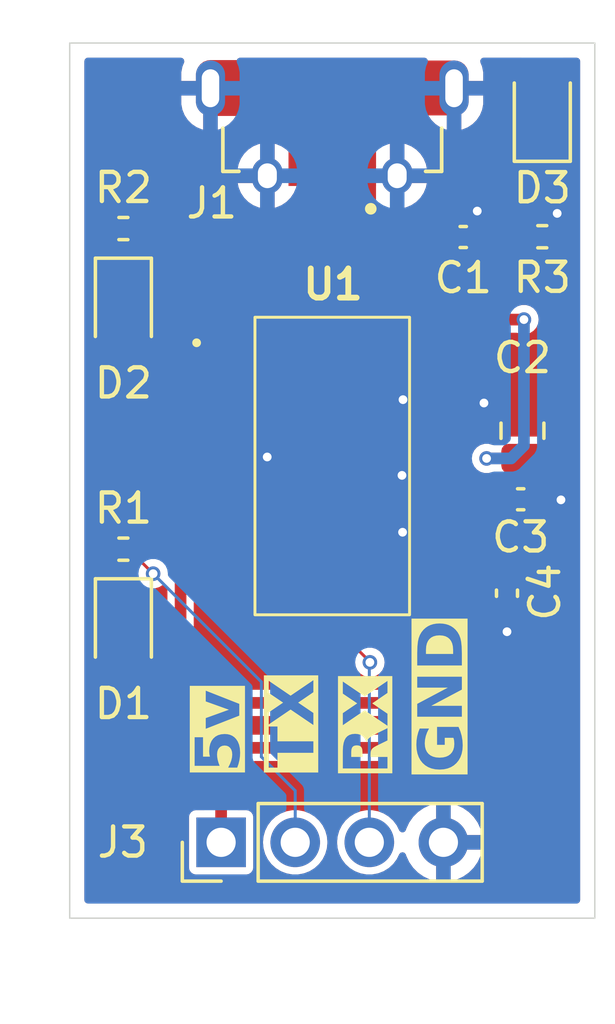
<source format=kicad_pcb>
(kicad_pcb (version 20240108) (generator "pcbnew") (generator_version "8.0")
  (layers (0 "F.Cu" signal) (31 "B.Cu" signal) (34 "B.Paste" user) (35 "F.Paste" user) (36 "B.SilkS" user "B.Silkscreen") (37 "F.SilkS" user "F.Silkscreen") (38 "B.Mask" user) (39 "F.Mask" user) (44 "Edge.Cuts" user))
  (net 0 "")
  (net 18 "GND")
  (net 19 "+5V")
  (net 20 "+3.3V")
  (net 21 "Net-(D1-K)")
  (net 22 "Net-(D2-K)")
  (net 23 "Net-(D3-K)")
  (net 24 "/USB_DP")
  (net 25 "/USB_DN")
  (net 26 "/UART_RX")
  (net 27 "/UART_TX")
  (footprint "user_footprints:28-LD-SSOP" (layer "F.Cu") (at 139 74.5)
    (property "Reference" "U1" (at 0.025 -6.225 0) (layer "F.SilkS") (effects (font (thickness 0.2) (bold yes))))
    (property "Value" "FT232RL" (hide yes))
    (fp_rect (start -2.65 -5.1) (end 2.65 5.1) (stroke (width 0.1)) (fill none) (layer "F.SilkS"))
    (fp_circle (center -4.65 -4.225) (end -4.55 -4.225) (stroke (width 0.1)) (fill solid) (layer "F.SilkS"))
    (pad "1" smd rect (at -3.7 -4.225) (size 1.3 0.38) (layers "F.Cu" "F.Paste" "F.Mask") (net 27 "/UART_TX"))
    (pad "2" smd rect (at -3.7 -3.575) (size 1.3 0.38) (layers "F.Cu" "F.Paste" "F.Mask"))
    (pad "3" smd rect (at -3.7 -2.925) (size 1.3 0.38) (layers "F.Cu" "F.Paste" "F.Mask"))
    (pad "4" smd rect (at -3.7 -2.275) (size 1.3 0.38) (layers "F.Cu" "F.Paste" "F.Mask") (net 20 "+3.3V"))
    (pad "5" smd rect (at -3.7 -1.625) (size 1.3 0.38) (layers "F.Cu" "F.Paste" "F.Mask") (net 26 "/UART_RX"))
    (pad "6" smd rect (at -3.7 -0.975) (size 1.3 0.38) (layers "F.Cu" "F.Paste" "F.Mask"))
    (pad "7" smd rect (at -3.7 -0.325) (size 1.3 0.38) (layers "F.Cu" "F.Paste" "F.Mask") (net 18 "GND"))
    (pad "8" smd rect (at -3.7 0.325) (size 1.3 0.38) (layers "F.Cu" "F.Paste" "F.Mask"))
    (pad "9" smd rect (at -3.7 0.975) (size 1.3 0.38) (layers "F.Cu" "F.Paste" "F.Mask"))
    (pad "10" smd rect (at -3.7 1.625) (size 1.3 0.38) (layers "F.Cu" "F.Paste" "F.Mask"))
    (pad "11" smd rect (at -3.7 2.275) (size 1.3 0.38) (layers "F.Cu" "F.Paste" "F.Mask"))
    (pad "12" smd rect (at -3.7 2.925) (size 1.3 0.38) (layers "F.Cu" "F.Paste" "F.Mask"))
    (pad "13" smd rect (at -3.7 3.575) (size 1.3 0.38) (layers "F.Cu" "F.Paste" "F.Mask"))
    (pad "14" smd rect (at -3.7 4.225) (size 1.3 0.38) (layers "F.Cu" "F.Paste" "F.Mask"))
    (pad "15" smd rect (at 3.7 4.225) (size 1.3 0.38) (layers "F.Cu" "F.Paste" "F.Mask") (net 24 "/USB_DP"))
    (pad "16" smd rect (at 3.7 3.575) (size 1.3 0.38) (layers "F.Cu" "F.Paste" "F.Mask") (net 25 "/USB_DN"))
    (pad "17" smd rect (at 3.7 2.925) (size 1.3 0.38) (layers "F.Cu" "F.Paste" "F.Mask") (net 20 "+3.3V"))
    (pad "18" smd rect (at 3.7 2.275) (size 1.3 0.38) (layers "F.Cu" "F.Paste" "F.Mask") (net 18 "GND"))
    (pad "19" smd rect (at 3.7 1.625) (size 1.3 0.38) (layers "F.Cu" "F.Paste" "F.Mask"))
    (pad "20" smd rect (at 3.7 0.975) (size 1.3 0.38) (layers "F.Cu" "F.Paste" "F.Mask") (net 19 "+5V"))
    (pad "21" smd rect (at 3.7 0.325) (size 1.3 0.38) (layers "F.Cu" "F.Paste" "F.Mask") (net 18 "GND"))
    (pad "22" smd rect (at 3.7 -0.325) (size 1.3 0.38) (layers "F.Cu" "F.Paste" "F.Mask"))
    (pad "23" smd rect (at 3.7 -0.975) (size 1.3 0.38) (layers "F.Cu" "F.Paste" "F.Mask"))
    (pad "24" smd rect (at 3.7 -1.625) (size 1.3 0.38) (layers "F.Cu" "F.Paste" "F.Mask"))
    (pad "25" smd rect (at 3.7 -2.275) (size 1.3 0.38) (layers "F.Cu" "F.Paste" "F.Mask") (net 18 "GND"))
    (pad "26" smd rect (at 3.7 -2.925) (size 1.3 0.38) (layers "F.Cu" "F.Paste" "F.Mask") (net 18 "GND"))
    (pad "27" smd rect (at 3.7 -3.575) (size 1.3 0.38) (layers "F.Cu" "F.Paste" "F.Mask"))
    (pad "28" smd rect (at 3.7 -4.225) (size 1.3 0.38) (layers "F.Cu" "F.Paste" "F.Mask"))
  )
  (footprint "Capacitor_SMD:C_0402_1005Metric" (layer "F.Cu") (at 145.46 75.64)
    (property "Reference" "C3" (at 0 1.3 0) (layer "F.SilkS"))
    (property "Value" "100n")
    (fp_line (start -0.107836 -0.36) (end 0.107836 -0.36) (stroke (width 0.12)) (layer "F.SilkS"))
    (fp_line (start -0.107836 0.36) (end 0.107836 0.36) (stroke (width 0.12)) (layer "F.SilkS"))
    (pad "1" smd roundrect (at -0.48 0) (size 0.56 0.62) (layers "F.Cu" "F.Paste" "F.Mask") (net 19 "+5V"))
    (pad "2" smd roundrect (at 0.48 0) (size 0.56 0.62) (layers "F.Cu" "F.Paste" "F.Mask") (net 18 "GND"))
  )
  (footprint "LED_SMD:LED_0805_2012Metric" (layer "F.Cu") (at 146.2 62.37 90)
    (property "Reference" "D3" (at -2.6 0 180) (layer "F.SilkS"))
    (property "Value" "LED")
    (fp_line (start 1 -0.96) (end -1.685 -0.96) (stroke (width 0.12)) (layer "F.SilkS"))
    (fp_line (start -1.685 -0.96) (end -1.685 0.96) (stroke (width 0.12)) (layer "F.SilkS"))
    (fp_line (start -1.685 0.96) (end 1 0.96) (stroke (width 0.12)) (layer "F.SilkS"))
    (pad "1" smd roundrect (at -0.9375 0 90) (size 0.975 1.4) (layers "F.Cu" "F.Paste" "F.Mask") (net 23 "Net-(D3-K)"))
    (pad "2" smd roundrect (at 0.9375 0 90) (size 0.975 1.4) (layers "F.Cu" "F.Paste" "F.Mask") (net 19 "+5V"))
  )
  (footprint "Capacitor_SMD:C_0402_1005Metric" (layer "F.Cu") (at 144.99 78.86 -90)
    (property "Reference" "C4" (at -0.04 -1.3 -90) (layer "F.SilkS"))
    (property "Value" "100n")
    (fp_line (start -0.107836 0.36) (end 0.107836 0.36) (stroke (width 0.12)) (layer "F.SilkS"))
    (fp_line (start -0.107836 -0.36) (end 0.107836 -0.36) (stroke (width 0.12)) (layer "F.SilkS"))
    (pad "1" smd roundrect (at -0.48 0 270) (size 0.56 0.62) (layers "F.Cu" "F.Paste" "F.Mask") (net 20 "+3.3V"))
    (pad "2" smd roundrect (at 0.48 0 270) (size 0.56 0.62) (layers "F.Cu" "F.Paste" "F.Mask") (net 18 "GND"))
  )
  (footprint "LED_SMD:LED_0805_2012Metric" (layer "F.Cu") (at 131.84 80.05 -90)
    (property "Reference" "D1" (at 2.6 0 180) (layer "F.SilkS"))
    (property "Value" "LED")
    (fp_line (start -1.685 0.96) (end 1 0.96) (stroke (width 0.12)) (layer "F.SilkS"))
    (fp_line (start -1.685 -0.96) (end -1.685 0.96) (stroke (width 0.12)) (layer "F.SilkS"))
    (fp_line (start 1 -0.96) (end -1.685 -0.96) (stroke (width 0.12)) (layer "F.SilkS"))
    (pad "1" smd roundrect (at -0.9375 0 270) (size 0.975 1.4) (layers "F.Cu" "F.Paste" "F.Mask") (net 21 "Net-(D1-K)"))
    (pad "2" smd roundrect (at 0.9375 0 270) (size 0.975 1.4) (layers "F.Cu" "F.Paste" "F.Mask") (net 20 "+3.3V"))
  )
  (footprint "Capacitor_SMD:C_0805_2012Metric" (layer "F.Cu") (at 145.52 73.29 90)
    (property "Reference" "C2" (at 2.5 0 0) (layer "F.SilkS"))
    (property "Value" "4.7u")
    (fp_line (start -0.261252 -0.735) (end 0.261252 -0.735) (stroke (width 0.12)) (layer "F.SilkS"))
    (fp_line (start -0.261252 0.735) (end 0.261252 0.735) (stroke (width 0.12)) (layer "F.SilkS"))
    (pad "1" smd roundrect (at -0.95 0 90) (size 1 1.45) (layers "F.Cu" "F.Paste" "F.Mask") (net 19 "+5V"))
    (pad "2" smd roundrect (at 0.95 0 90) (size 1 1.45) (layers "F.Cu" "F.Paste" "F.Mask") (net 18 "GND"))
  )
  (footprint "Resistor_SMD:R_0402_1005Metric" (layer "F.Cu") (at 131.84 77.35 180)
    (property "Reference" "R1" (at 0 1.4 0) (layer "F.SilkS"))
    (property "Value" "1k")
    (fp_line (start -0.153641 0.38) (end 0.153641 0.38) (stroke (width 0.12)) (layer "F.SilkS"))
    (fp_line (start -0.153641 -0.38) (end 0.153641 -0.38) (stroke (width 0.12)) (layer "F.SilkS"))
    (pad "1" smd roundrect (at -0.51 0 180) (size 0.54 0.64) (layers "F.Cu" "F.Paste" "F.Mask") (net 27 "/UART_TX"))
    (pad "2" smd roundrect (at 0.51 0 180) (size 0.54 0.64) (layers "F.Cu" "F.Paste" "F.Mask") (net 21 "Net-(D1-K)"))
  )
  (footprint "Resistor_SMD:R_0402_1005Metric" (layer "F.Cu") (at 146.2 66.64 180)
    (property "Reference" "R3" (at 0 -1.4 0) (layer "F.SilkS"))
    (property "Value" "2.2k")
    (fp_line (start -0.153641 0.38) (end 0.153641 0.38) (stroke (width 0.12)) (layer "F.SilkS"))
    (fp_line (start -0.153641 -0.38) (end 0.153641 -0.38) (stroke (width 0.12)) (layer "F.SilkS"))
    (pad "1" smd roundrect (at -0.51 0 180) (size 0.54 0.64) (layers "F.Cu" "F.Paste" "F.Mask") (net 18 "GND"))
    (pad "2" smd roundrect (at 0.51 0 180) (size 0.54 0.64) (layers "F.Cu" "F.Paste" "F.Mask") (net 23 "Net-(D3-K)"))
  )
  (footprint "LED_SMD:LED_0805_2012Metric" (layer "F.Cu") (at 131.84 69.06 -90)
    (property "Reference" "D2" (at 2.6 0 0) (layer "F.SilkS"))
    (property "Value" "LED")
    (fp_line (start -1.685 0.96) (end 1 0.96) (stroke (width 0.12)) (layer "F.SilkS"))
    (fp_line (start -1.685 -0.96) (end -1.685 0.96) (stroke (width 0.12)) (layer "F.SilkS"))
    (fp_line (start 1 -0.96) (end -1.685 -0.96) (stroke (width 0.12)) (layer "F.SilkS"))
    (pad "1" smd roundrect (at -0.9375 0 270) (size 0.975 1.4) (layers "F.Cu" "F.Paste" "F.Mask") (net 22 "Net-(D2-K)"))
    (pad "2" smd roundrect (at 0.9375 0 270) (size 0.975 1.4) (layers "F.Cu" "F.Paste" "F.Mask") (net 20 "+3.3V"))
  )
  (footprint "user_footprints:MOLEX_47589-1001" (layer "F.Cu") (at 139 61.2 180)
    (property "Reference" "J1" (at 4.13 -4.29 0) (layer "F.SilkS"))
    (property "Value" "47589-1001")
    (fp_line (start 3.75 -1.72) (end 3.75 -3.2) (stroke (width 0.127)) (layer "F.SilkS"))
    (fp_line (start 3.75 -3.2) (end 3.2 -3.2) (stroke (width 0.127)) (layer "F.SilkS"))
    (fp_line (start -3.75 -1.72) (end -3.75 -3.2) (stroke (width 0.127)) (layer "F.SilkS"))
    (fp_line (start -3.75 -3.2) (end -3.2 -3.2) (stroke (width 0.127)) (layer "F.SilkS"))
    (fp_circle (center -1.32 -4.482) (end -1.22 -4.482) (stroke (width 0.2)) (fill none) (layer "F.SilkS"))
    (pad "1" smd rect (at -1.3 -3.025 180) (size 0.4 1.35) (layers "F.Cu" "F.Paste" "F.Mask") (net 19 "+5V"))
    (pad "2" smd rect (at -0.65 -3.025 180) (size 0.4 1.35) (layers "F.Cu" "F.Paste" "F.Mask") (net 25 "/USB_DN"))
    (pad "3" smd rect (at 0 -3.025 180) (size 0.4 1.35) (layers "F.Cu" "F.Paste" "F.Mask") (net 24 "/USB_DP"))
    (pad "4" smd rect (at 0.65 -3.025 180) (size 0.4 1.35) (layers "F.Cu" "F.Paste" "F.Mask"))
    (pad "5" smd rect (at 1.3 -3.025 180) (size 0.4 1.35) (layers "F.Cu" "F.Paste" "F.Mask") (net 18 "GND"))
    (pad "SH1" thru_hole oval (at -4.175 -0.35 180) (size 1 1.9) (drill oval 0.6 1.3) (layers "*.Cu") (net 18 "GND"))
    (pad "SH1" smd roundrect (at -3.63575 -0.3405 180) (size 2.0715 1.881) (layers "F.Cu" "F.Paste" "F.Mask") (net 18 "GND"))
    (pad "SH2" smd rect (at -1.15 -0.35 180) (size 1.8 1.9) (layers "F.Cu" "F.Paste" "F.Mask") (net 18 "GND"))
    (pad "SH3" smd rect (at 1.15 -0.35 180) (size 1.8 1.9) (layers "F.Cu" "F.Paste" "F.Mask") (net 18 "GND"))
    (pad "SH4" smd roundrect (at 3.630375 -0.34225 180) (size 2.06075 1.9155) (layers "F.Cu" "F.Paste" "F.Mask") (net 18 "GND"))
    (pad "SH4" thru_hole oval (at 4.175 -0.35 180) (size 1 1.9) (drill oval 0.6 1.3) (layers "*.Cu") (net 18 "GND"))
    (pad "SH5" thru_hole oval (at -2.225 -3.35 180) (size 1.05 1.25) (drill oval 0.65 0.85) (layers "*.Cu" "*.Mask") (net 18 "GND"))
    (pad "SH6" thru_hole oval (at 2.225 -3.35 180) (size 1.05 1.25) (drill oval 0.65 0.85) (layers "*.Cu" "*.Mask") (net 18 "GND"))
  )
  (footprint "Resistor_SMD:R_0402_1005Metric" (layer "F.Cu") (at 131.84 66.36 180)
    (property "Reference" "R2" (at 0 1.4 0) (layer "F.SilkS"))
    (property "Value" "1k")
    (fp_line (start -0.153641 0.38) (end 0.153641 0.38) (stroke (width 0.12)) (layer "F.SilkS"))
    (fp_line (start -0.153641 -0.38) (end 0.153641 -0.38) (stroke (width 0.12)) (layer "F.SilkS"))
    (pad "1" smd roundrect (at -0.51 0 180) (size 0.54 0.64) (layers "F.Cu" "F.Paste" "F.Mask") (net 26 "/UART_RX"))
    (pad "2" smd roundrect (at 0.51 0 180) (size 0.54 0.64) (layers "F.Cu" "F.Paste" "F.Mask") (net 22 "Net-(D2-K)"))
  )
  (footprint "Connector_PinHeader_2.54mm:PinHeader_1x04_P2.54mm_Vertical" (layer "F.Cu") (at 135.19 87.4 90)
    (property "Reference" "J3" (at 0 -3.37 180) (layer "F.SilkS"))
    (property "Value" "Conn_01x04_Pin")
    (fp_line (start -1.33 -1.33) (end 0 -1.33) (stroke (width 0.12)) (layer "F.SilkS"))
    (fp_line (start -1.33 0) (end -1.33 -1.33) (stroke (width 0.12)) (layer "F.SilkS"))
    (fp_line (start 1.33 1.27) (end 1.33 8.95) (stroke (width 0.12)) (layer "F.SilkS"))
    (fp_line (start -1.33 1.27) (end 1.33 1.27) (stroke (width 0.12)) (layer "F.SilkS"))
    (fp_line (start -1.33 1.27) (end -1.33 8.95) (stroke (width 0.12)) (layer "F.SilkS"))
    (fp_line (start -1.33 8.95) (end 1.33 8.95) (stroke (width 0.12)) (layer "F.SilkS"))
    (pad "1" thru_hole rect (at 0 0 90) (size 1.7 1.7) (drill 1) (layers "*.Cu" "*.Mask") (net 19 "+5V"))
    (pad "2" thru_hole oval (at 0 2.54 90) (size 1.7 1.7) (drill 1) (layers "*.Cu" "*.Mask") (net 27 "/UART_TX"))
    (pad "3" thru_hole oval (at 0 5.08 90) (size 1.7 1.7) (drill 1) (layers "*.Cu" "*.Mask") (net 26 "/UART_RX"))
    (pad "4" thru_hole oval (at 0 7.62 90) (size 1.7 1.7) (drill 1) (layers "*.Cu" "*.Mask") (net 18 "GND"))
  )
  (footprint "Capacitor_SMD:C_0402_1005Metric" (layer "F.Cu") (at 143.49 66.65)
    (property "Reference" "C1" (at 0 1.4 0) (layer "F.SilkS"))
    (property "Value" "10n")
    (fp_line (start -0.107836 -0.36) (end 0.107836 -0.36) (stroke (width 0.12)) (layer "F.SilkS"))
    (fp_line (start -0.107836 0.36) (end 0.107836 0.36) (stroke (width 0.12)) (layer "F.SilkS"))
    (pad "1" smd roundrect (at -0.48 0) (size 0.56 0.62) (layers "F.Cu" "F.Paste" "F.Mask") (net 19 "+5V"))
    (pad "2" smd roundrect (at 0.48 0) (size 0.56 0.62) (layers "F.Cu" "F.Paste" "F.Mask") (net 18 "GND"))
  )
  (gr_rect (start 130 60) (end 148 90) (stroke (width 0.05)) (fill none) (layer "Edge.Cuts"))
  (gr_text "5v" (at 135.19 85 90) (layer "F.SilkS" knockout) (effects (font (size 1.5 1.5) (thickness 0.3) (bold yes)) (justify left)))
  (gr_text "GND" (at 142.82 85.01 90) (layer "F.SilkS" knockout) (effects (font (size 1.5 1.5) (thickness 0.3) (bold yes)) (justify left)))
  (gr_text "TX" (at 137.73 84.85 90) (layer "F.SilkS" knockout) (effects (font (size 1.5 1.5) (thickness 0.3) (bold yes)) (justify left)))
  (gr_text "RX" (at 140.27 85.06 90) (layer "F.SilkS" knockout) (effects (font (size 1.5 1.5) (thickness 0.3) (bold yes)) (justify left)))
  (segment (start 141.415 76.775) (end 141.41 76.77) (width 0.4) (layer "F.Cu") (net 18))
  (segment (start 146.71 66.64) (end 146.71 65.84) (width 0.1016) (layer "F.Cu") (net 18))
  (segment (start 145.94 75.64) (end 146.82 75.64) (width 0.4) (layer "F.Cu") (net 18))
  (segment (start 145.52 72.34) (end 144.2 72.34) (width 0.4) (layer "F.Cu") (net 18))
  (segment (start 144.99 79.34) (end 144.99 80.18) (width 0.4) (layer "F.Cu") (net 18))
  (segment (start 142.7 71.575) (end 142.075 71.575) (width 0.4) (layer "F.Cu") (net 18))
  (segment (start 143.97 66.65) (end 143.97 65.76) (width 0.4) (layer "F.Cu") (net 18))
  (segment (start 142.075 71.575) (end 141.425 72.225) (width 0.4) (layer "F.Cu") (net 18))
  (segment (start 142.7 76.775) (end 141.415 76.775) (width 0.4) (layer "F.Cu") (net 18))
  (segment (start 136.755 74.175) (end 136.77 74.19) (width 0.4) (layer "F.Cu") (net 18))
  (segment (start 146.82 75.64) (end 146.84 75.66) (width 0.4) (layer "F.Cu") (net 18))
  (segment (start 135.3 74.175) (end 136.755 74.175) (width 0.4) (layer "F.Cu") (net 18))
  (segment (start 141.425 72.225) (end 142.7 72.225) (width 0.4) (layer "F.Cu") (net 18))
  (segment (start 142.7 74.825) (end 141.395 74.825) (width 0.4) (layer "F.Cu") (net 18))
  (segment (start 141.395 74.825) (end 141.39 74.82) (width 0.4) (layer "F.Cu") (net 18))
  (via (at 141.39 74.82) (size 0.5) (drill 0.3) (layers "F.Cu" "B.Cu") (net 18))
  (via (at 143.97 65.76) (size 0.5) (drill 0.3) (layers "F.Cu" "B.Cu") (net 18))
  (via (at 136.77 74.19) (size 0.5) (drill 0.3) (layers "F.Cu" "B.Cu") (net 18))
  (via (at 146.84 75.66) (size 0.5) (drill 0.3) (layers "F.Cu" "B.Cu") (net 18))
  (via (at 141.41 76.77) (size 0.5) (drill 0.3) (layers "F.Cu" "B.Cu") (net 18))
  (via (at 146.71 65.84) (size 0.5) (drill 0.3) (layers "F.Cu" "B.Cu") (net 18))
  (via (at 141.425 72.225) (size 0.5) (drill 0.3) (layers "F.Cu" "B.Cu") (net 18))
  (via (at 144.2 72.34) (size 0.5) (drill 0.3) (layers "F.Cu" "B.Cu") (net 18))
  (via (at 144.99 80.18) (size 0.5) (drill 0.3) (layers "F.Cu" "B.Cu") (net 18))
  (segment (start 145.28 84.16) (end 146.18 83.26) (width 0.4) (layer "F.Cu") (net 19))
  (segment (start 144.29 74.24) (end 145.52 74.24) (width 0.4) (layer "F.Cu") (net 19))
  (segment (start 135.19 85.09) (end 136.12 84.16) (width 0.4) (layer "F.Cu") (net 19))
  (segment (start 145.52 74.6) (end 144.98 75.14) (width 0.4) (layer "F.Cu") (net 19))
  (segment (start 142.7 75.475) (end 143.755 75.475) (width 0.4) (layer "F.Cu") (net 19))
  (segment (start 145.52 74.24) (end 145.52 74.6) (width 0.4) (layer "F.Cu") (net 19))
  (segment (start 140.3 64.225) (end 140.3 65.49) (width 0.4) (layer "F.Cu") (net 19))
  (segment (start 144.17 69.48) (end 143.01 68.32) (width 0.4) (layer "F.Cu") (net 19))
  (segment (start 144.98 76.39) (end 144.98 75.64) (width 0.4) (layer "F.Cu") (net 19))
  (segment (start 146.18 83.26) (end 146.18 77.59) (width 0.4) (layer "F.Cu") (net 19))
  (segment (start 144.75 63.91) (end 143.01 65.65) (width 0.1016) (layer "F.Cu") (net 19))
  (segment (start 143.01 65.65) (end 143.01 66.65) (width 0.1016) (layer "F.Cu") (net 19))
  (segment (start 143.01 68.32) (end 143.01 66.65) (width 0.4) (layer "F.Cu") (net 19))
  (segment (start 146.2 61.4325) (end 145.0975 61.4325) (width 0.1016) (layer "F.Cu") (net 19))
  (segment (start 145.57 69.48) (end 144.17 69.48) (width 0.4) (layer "F.Cu") (net 19))
  (segment (start 143.755 75.475) (end 143.92 75.64) (width 0.4) (layer "F.Cu") (net 19))
  (segment (start 140.3 64.225) (end 140.3 63.53) (width 0.4) (layer "F.Cu") (net 19))
  (segment (start 144.98 75.14) (end 144.98 75.64) (width 0.4) (layer "F.Cu") (net 19))
  (segment (start 145.0975 61.4325) (end 144.75 61.78) (width 0.1016) (layer "F.Cu") (net 19))
  (segment (start 135.19 87.4) (end 135.19 85.09) (width 0.4) (layer "F.Cu") (net 19))
  (segment (start 140.3 65.49) (end 141.46 66.65) (width 0.4) (layer "F.Cu") (net 19))
  (segment (start 146.18 77.59) (end 144.98 76.39) (width 0.4) (layer "F.Cu") (net 19))
  (segment (start 143.92 75.64) (end 144.98 75.64) (width 0.4) (layer "F.Cu") (net 19))
  (segment (start 141.46 66.65) (end 143.01 66.65) (width 0.4) (layer "F.Cu") (net 19))
  (segment (start 136.12 84.16) (end 145.28 84.16) (width 0.4) (layer "F.Cu") (net 19))
  (segment (start 144.75 61.78) (end 144.75 63.91) (width 0.1016) (layer "F.Cu") (net 19))
  (via (at 144.29 74.24) (size 0.5) (drill 0.3) (layers "F.Cu" "B.Cu") (net 19))
  (via (at 145.57 69.48) (size 0.5) (drill 0.3) (layers "F.Cu" "B.Cu") (net 19))
  (segment (start 145.13 74.24) (end 145.57 73.8) (width 0.4) (layer "B.Cu") (net 19))
  (segment (start 145.57 73.8) (end 145.57 69.48) (width 0.4) (layer "B.Cu") (net 19))
  (segment (start 144.29 74.24) (end 145.13 74.24) (width 0.4) (layer "B.Cu") (net 19))
  (segment (start 136.67 69.84) (end 136.16 69.33) (width 0.4) (layer "F.Cu") (net 20))
  (segment (start 136.265 72.225) (end 136.67 71.82) (width 0.4) (layer "F.Cu") (net 20))
  (segment (start 135.4325 82.62) (end 133.8 80.9875) (width 0.4) (layer "F.Cu") (net 20))
  (segment (start 142.39 82.62) (end 135.4325 82.62) (width 0.4) (layer "F.Cu") (net 20))
  (segment (start 134.165 72.225) (end 133.8 72.59) (width 0.4) (layer "F.Cu") (net 20))
  (segment (start 136.16 69.33) (end 132.5075 69.33) (width 0.4) (layer "F.Cu") (net 20))
  (segment (start 144.535 77.425) (end 144.98 77.87) (width 0.4) (layer "F.Cu") (net 20))
  (segment (start 135.3 72.225) (end 136.265 72.225) (width 0.4) (layer "F.Cu") (net 20))
  (segment (start 144.04 80.97) (end 142.39 82.62) (width 0.4) (layer "F.Cu") (net 20))
  (segment (start 133.8 72.59) (end 133.8 80.9875) (width 0.4) (layer "F.Cu") (net 20))
  (segment (start 144.98 77.87) (end 144.98 78.39) (width 0.4) (layer "F.Cu") (net 20))
  (segment (start 144.04 78.78) (end 144.04 80.97) (width 0.4) (layer "F.Cu") (net 20))
  (segment (start 136.67 71.82) (end 136.67 69.84) (width 0.4) (layer "F.Cu") (net 20))
  (segment (start 144.44 78.38) (end 144.04 78.78) (width 0.4) (layer "F.Cu") (net 20))
  (segment (start 133.8 80.9875) (end 131.84 80.9875) (width 0.4) (layer "F.Cu") (net 20))
  (segment (start 142.7 77.425) (end 144.535 77.425) (width 0.4) (layer "F.Cu") (net 20))
  (segment (start 135.3 72.225) (end 134.165 72.225) (width 0.4) (layer "F.Cu") (net 20))
  (segment (start 144.99 78.38) (end 144.44 78.38) (width 0.4) (layer "F.Cu") (net 20))
  (segment (start 132.5075 69.33) (end 131.84 69.9975) (width 0.4) (layer "F.Cu") (net 20))
  (segment (start 131.84 78.43) (end 131.84 79.1125) (width 0.1016) (layer "F.Cu") (net 21))
  (segment (start 131.33 77.92) (end 131.84 78.43) (width 0.1016) (layer "F.Cu") (net 21))
  (segment (start 131.33 77.35) (end 131.33 77.92) (width 0.1016) (layer "F.Cu") (net 21))
  (segment (start 131.73 67.3) (end 131.73 67.31) (width 0.1016) (layer "F.Cu") (net 22))
  (segment (start 131.33 66.9) (end 131.73 67.3) (width 0.1016) (layer "F.Cu") (net 22))
  (segment (start 131.84 67.42) (end 131.84 68.1225) (width 0.1016) (layer "F.Cu") (net 22))
  (segment (start 131.73 67.31) (end 131.84 67.42) (width 0.1016) (layer "F.Cu") (net 22))
  (segment (start 131.33 66.36) (end 131.33 66.9) (width 0.1016) (layer "F.Cu") (net 22))
  (segment (start 145.69 65.2) (end 145.69 66.64) (width 0.1016) (layer "F.Cu") (net 23))
  (segment (start 146.2 64.69) (end 145.69 65.2) (width 0.1016) (layer "F.Cu") (net 23))
  (segment (start 146.2 63.3075) (end 146.2 64.69) (width 0.1016) (layer "F.Cu") (net 23))
  (segment (start 139 65.237501) (end 139.1 65.337501) (width 0.2) (layer "F.Cu") (net 24))
  (segment (start 139.1 77.6482) (end 140.0768 78.625) (width 0.2) (layer "F.Cu") (net 24))
  (segment (start 140.0768 78.625) (end 141.624999 78.625) (width 0.2) (layer "F.Cu") (net 24))
  (segment (start 141.724999 78.725) (end 142.7 78.725) (width 0.2) (layer "F.Cu") (net 24))
  (segment (start 139 64.225) (end 139 65.237501) (width 0.2) (layer "F.Cu") (net 24))
  (segment (start 141.624999 78.625) (end 141.724999 78.725) (width 0.2) (layer "F.Cu") (net 24))
  (segment (start 139.1 65.337501) (end 139.1 77.6482) (width 0.2) (layer "F.Cu") (net 24))
  (segment (start 139.55 65.337501) (end 139.55 77.4618) (width 0.2) (layer "F.Cu") (net 25))
  (segment (start 141.624999 78.175) (end 141.724999 78.075) (width 0.2) (layer "F.Cu") (net 25))
  (segment (start 140.2632 78.175) (end 141.624999 78.175) (width 0.2) (layer "F.Cu") (net 25))
  (segment (start 141.724999 78.075) (end 142.7 78.075) (width 0.2) (layer "F.Cu") (net 25))
  (segment (start 139.65 65.237501) (end 139.55 65.337501) (width 0.2) (layer "F.Cu") (net 25))
  (segment (start 139.55 77.4618) (end 140.2632 78.175) (width 0.2) (layer "F.Cu") (net 25))
  (segment (start 139.65 64.225) (end 139.65 65.237501) (width 0.2) (layer "F.Cu") (net 25))
  (segment (start 136.475 72.875) (end 136.525 72.825) (width 0.1016) (layer "F.Cu") (net 26))
  (segment (start 137.59 71.76) (end 137.59 69.79) (width 0.1016) (layer "F.Cu") (net 26))
  (segment (start 136.525 72.825) (end 137.59 71.76) (width 0.1016) (layer "F.Cu") (net 26))
  (segment (start 137.6 71.74) (end 137.6 71.75) (width 0.1016) (layer "F.Cu") (net 26))
  (segment (start 137.57 71.77) (end 137.6 71.74) (width 0.1016) (layer "F.Cu") (net 26))
  (segment (start 140.29 81.21) (end 137.57 78.49) (width 0.1016) (layer "F.Cu") (net 26))
  (segment (start 134.16 66.36) (end 132.35 66.36) (width 0.1016) (layer "F.Cu") (net 26))
  (segment (start 137.57 78.49) (end 137.57 71.77) (width 0.1016) (layer "F.Cu") (net 26))
  (segment (start 135.3 72.875) (end 136.475 72.875) (width 0.1016) (layer "F.Cu") (net 26))
  (segment (start 137.59 69.79) (end 134.16 66.36) (width 0.1016) (layer "F.Cu") (net 26))
  (segment (start 137.6 71.75) (end 137.59 71.76) (width 0.1016) (layer "F.Cu") (net 26))
  (segment (start 140.29 81.23) (end 140.29 81.21) (width 0.1016) (layer "F.Cu") (net 26))
  (via (at 140.29 81.23) (size 0.5) (drill 0.3) (layers "F.Cu" "B.Cu") (net 26))
  (segment (start 140.27 81.25) (end 140.27 87.4) (width 0.1016) (layer "B.Cu") (net 26))
  (segment (start 140.29 81.23) (end 140.27 81.25) (width 0.1016) (layer "B.Cu") (net 26))
  (segment (start 134.325 70.275) (end 135.3 70.275) (width 0.1016) (layer "F.Cu") (net 27))
  (segment (start 132.86 78.19) (end 132.35 77.68) (width 0.1016) (layer "F.Cu") (net 27))
  (segment (start 132.35 77.68) (end 132.35 77.35) (width 0.1016) (layer "F.Cu") (net 27))
  (segment (start 132.35 77.35) (end 132.35 72.25) (width 0.1016) (layer "F.Cu") (net 27))
  (segment (start 132.35 72.25) (end 134.325 70.275) (width 0.1016) (layer "F.Cu") (net 27))
  (via (at 132.86 78.19) (size 0.5) (drill 0.3) (layers "F.Cu" "B.Cu") (net 27))
  (segment (start 137.73 85.63) (end 136.57 84.47) (width 0.1016) (layer "B.Cu") (net 27))
  (segment (start 136.57 84.47) (end 136.57 81.9) (width 0.1016) (layer "B.Cu") (net 27))
  (segment (start 137.73 87.4) (end 137.73 85.63) (width 0.1016) (layer "B.Cu") (net 27))
  (segment (start 136.57 81.9) (end 132.86 78.19) (width 0.1016) (layer "B.Cu") (net 27))
  (zone (net 18) (net_name "GND") (layers "F&B.Cu") (connect_pads thru_hole_only (clearance 0.25)) (min_thickness 0.25) (fill yes (thermal_gap 0.5) (thermal_bridge_width 0.5))
    (polygon (pts (xy 130 60) (xy 148 60) (xy 148 89.99) (xy 130 89.99)))
  )
)
</source>
